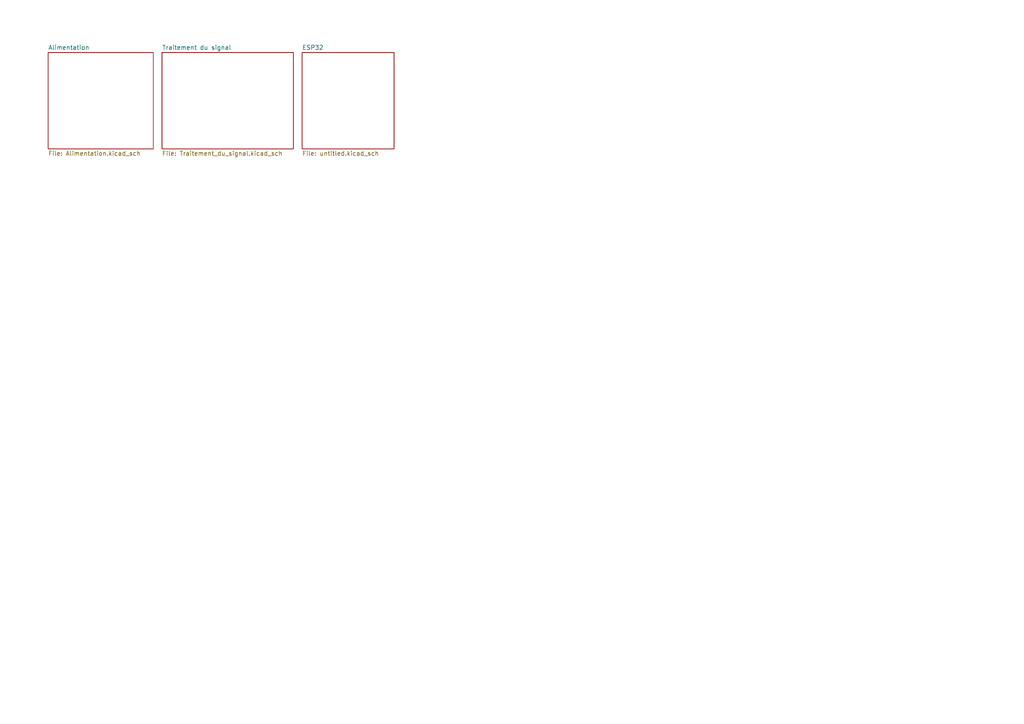
<source format=kicad_sch>
(kicad_sch
	(version 20250114)
	(generator "eeschema")
	(generator_version "9.0")
	(uuid "1b1d6a8b-6126-404f-8c91-82fafa547cd5")
	(paper "A4")
	(lib_symbols)
	(sheet
		(at 13.97 15.24)
		(size 30.48 27.94)
		(exclude_from_sim no)
		(in_bom yes)
		(on_board yes)
		(dnp no)
		(fields_autoplaced yes)
		(stroke
			(width 0.1524)
			(type solid)
		)
		(fill
			(color 0 0 0 0.0000)
		)
		(uuid "2460c4d7-7146-45fb-9d12-b00cf4c2c821")
		(property "Sheetname" "Alimentation"
			(at 13.97 14.5284 0)
			(effects
				(font
					(size 1.27 1.27)
				)
				(justify left bottom)
			)
		)
		(property "Sheetfile" "Alimentation.kicad_sch"
			(at 13.97 43.7646 0)
			(effects
				(font
					(size 1.27 1.27)
				)
				(justify left top)
			)
		)
		(instances
			(project "AmpliAudio"
				(path "/1b1d6a8b-6126-404f-8c91-82fafa547cd5"
					(page "2")
				)
			)
		)
	)
	(sheet
		(at 87.63 15.24)
		(size 26.67 27.94)
		(exclude_from_sim no)
		(in_bom yes)
		(on_board yes)
		(dnp no)
		(fields_autoplaced yes)
		(stroke
			(width 0.1524)
			(type solid)
		)
		(fill
			(color 0 0 0 0.0000)
		)
		(uuid "35a82f69-b768-4bcc-bf2a-e6427a70156b")
		(property "Sheetname" "ESP32"
			(at 87.63 14.5284 0)
			(effects
				(font
					(size 1.27 1.27)
				)
				(justify left bottom)
			)
		)
		(property "Sheetfile" "untitled.kicad_sch"
			(at 87.63 43.7646 0)
			(effects
				(font
					(size 1.27 1.27)
				)
				(justify left top)
			)
		)
		(instances
			(project "AmpliAudio"
				(path "/1b1d6a8b-6126-404f-8c91-82fafa547cd5"
					(page "4")
				)
			)
		)
	)
	(sheet
		(at 46.99 15.24)
		(size 38.1 27.94)
		(exclude_from_sim no)
		(in_bom yes)
		(on_board yes)
		(dnp no)
		(fields_autoplaced yes)
		(stroke
			(width 0.1524)
			(type solid)
		)
		(fill
			(color 0 0 0 0.0000)
		)
		(uuid "f700fa29-6b57-43e7-b6f2-9fb5137c62b6")
		(property "Sheetname" "Traitement du signal"
			(at 46.99 14.5284 0)
			(effects
				(font
					(size 1.27 1.27)
				)
				(justify left bottom)
			)
		)
		(property "Sheetfile" "Traitement_du_signal.kicad_sch"
			(at 46.99 43.7646 0)
			(effects
				(font
					(size 1.27 1.27)
				)
				(justify left top)
			)
		)
		(instances
			(project "AmpliAudio"
				(path "/1b1d6a8b-6126-404f-8c91-82fafa547cd5"
					(page "3")
				)
			)
		)
	)
	(sheet_instances
		(path "/"
			(page "1")
		)
	)
	(embedded_fonts no)
)

</source>
